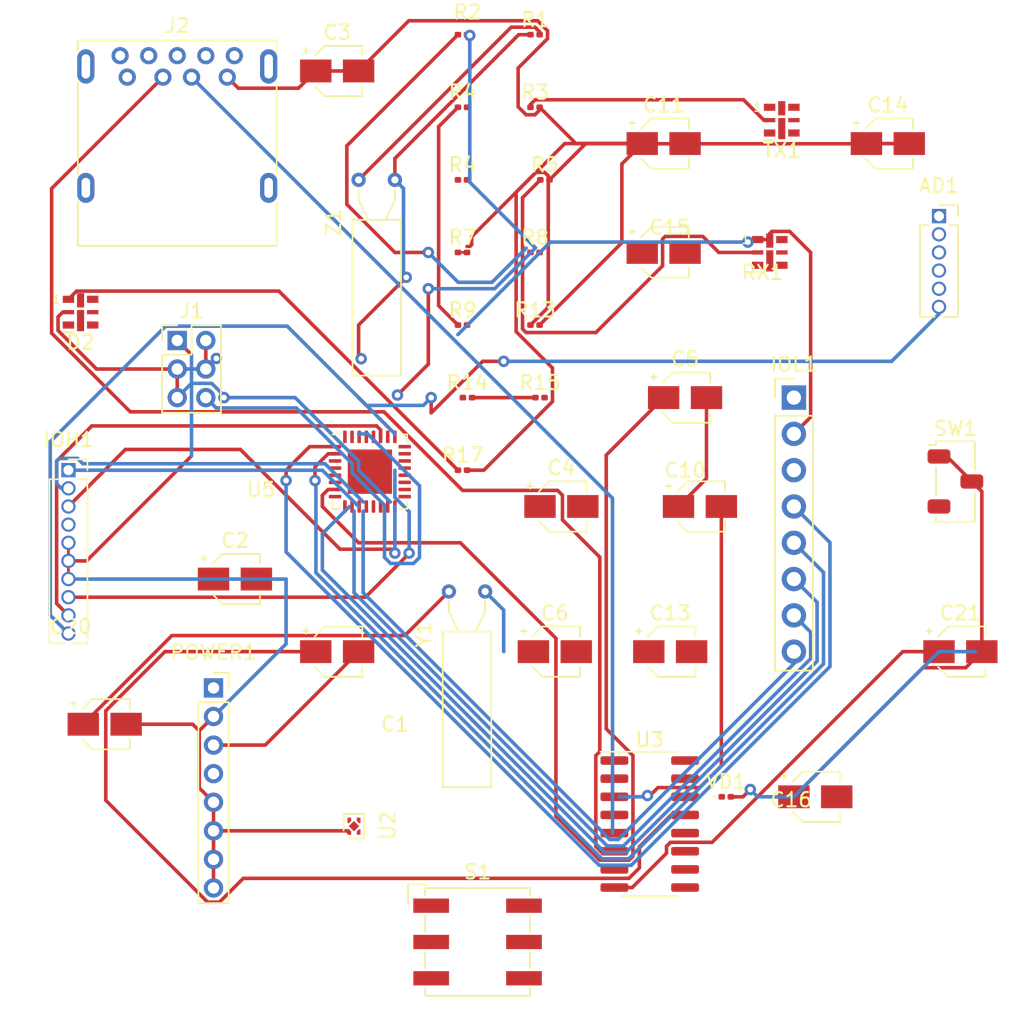
<source format=kicad_pcb>
(kicad_pcb (version 20221018) (generator pcbnew)
  (layers (0 "F.Cu" signal) (31 "B.Cu" signal) (34 "B.Paste" user) (35 "F.Paste" user) (36 "B.SilkS" user "B.Silkscreen") (37 "F.SilkS" user "F.Silkscreen") (38 "B.Mask" user) (39 "F.Mask" user) (44 "Edge.Cuts" user))
  (net 0 "")
  (net 1 "Net-(POWER1-Pin_8)")
  (net 2 "GND")
  (net 3 "+5V")
  (net 4 "Net-(U3-TXD)")
  (net 5 "Net-(U3-RXD)")
  (net 6 "Net-(U3-V3)")
  (net 8 "Net-(J2-D-)")
  (net 9 "Net-(U3-XI)")
  (net 10 "Net-(U3-XO)")
  (net 15 "Net-(U3-~{DTR})")
  (net 18 "Net-(IOL1-Pin_4)")
  (net 19 "Net-(IOL1-Pin_5)")
  (net 20 "Net-(U5-XTAL1{slash}PB6)")
  (net 21 "Net-(U5-XTAL2{slash}PB7)")
  (net 22 "Net-(IOL1-Pin_6)")
  (net 23 "Net-(IOL1-Pin_7)")
  (net 24 "Net-(IOL1-Pin_8)")
  (net 25 "Net-(IOH1-Pin_1)")
  (net 26 "Net-(IOH1-Pin_2)")
  (net 27 "Net-(IOH1-Pin_3)")
  (net 28 "Net-(IOH1-Pin_6)")
  (net 30 "Net-(IOH1-Pin_8)")
  (net 32 "Net-(AD1-Pin_6)")
  (net 33 "Net-(AD1-Pin_5)")
  (net 34 "Net-(AD1-Pin_4)")
  (net 35 "Net-(AD1-Pin_3)")
  (net 36 "Net-(AD1-Pin_2)")
  (net 37 "Net-(AD1-Pin_1)")
  (net 38 "Net-(POWER1-Pin_3)")
  (net 39 "Net-(IOL1-Pin_1)")
  (net 40 "Net-(IOL1-Pin_2)")
  (net 41 "Net-(IOL1-Pin_3)")
  (net 42 "Net-(J5-Pin_3)")
  (net 43 "Net-(D2-K)")
  (net 44 "Net-(U1A--)")
  (net 45 "Net-(D3-K)")
  (net 46 "Net-(TX1-A)")
  (net 47 "unconnected-(VD1-A-Pad2)")
  (net 48 "Net-(U4A-+)")
  (net 51 "Net-(RX1-A)")
  (net 52 "Net-(J2-D+)")
  (footprint "Capacitor_SMD:CP_Elec_3x5.3" (layer "F.Cu") (at 125.96 76.2)
    (fp_text reference "C4")
    (fp_text value "100n")
  )
  (footprint "Resistor_SMD:R_0201_0603Metric" (layer "F.Cu") (at 124.805 53.34)
    (fp_text reference "R5")
    (fp_text value "1k")
  )
  (footprint "Crystal:Crystal_AT310_D3.0mm_L10.0mm_Horizontal" (layer "F.Cu") (at 111.76 53.34)
    (fp_text reference "Z1")
    (fp_text value "16Mhz")
  )
  (footprint "LED_SMD:LED_0201_0603Metric" (layer "F.Cu") (at 137.505 96.52)
    (fp_text reference "VD1")
    (fp_text value "D")
  )
  (footprint "Capacitor_SMD:CP_Elec_3x5.3" (layer "F.Cu") (at 110.26 45.72)
    (fp_text reference "C3")
    (fp_text value "47u25v")
  )
  (footprint "Capacitor_SMD:CP_Elec_3x5.3" (layer "F.Cu") (at 103.1 81.28)
    (fp_text reference "C2")
    (fp_text value "47u 25V")
  )
  (footprint "Capacitor_SMD:CP_Elec_3x5.3" (layer "F.Cu") (at 134.62 68.58)
    (fp_text reference "C5")
    (fp_text value "C")
  )
  (footprint "Resistor_SMD:R_0201_0603Metric" (layer "F.Cu") (at 119.035 43.18)
    (fp_text reference "R2")
    (fp_text value "1k")
  )
  (footprint "Resistor_SMD:R_0201_0603Metric" (layer "F.Cu") (at 119.035 58.42)
    (fp_text reference "R7")
    (fp_text value "1k")
  )
  (footprint "Button_Switch_SMD:Nidec_Copal_CAS-120A" (layer "F.Cu") (at 153.55 74.45)
    (fp_text reference "SW1")
    (fp_text value "SW_DIP_x01")
  )
  (footprint "Crystal:Crystal_AT310_D3.0mm_L10.0mm_Horizontal" (layer "F.Cu") (at 118.08 82.15)
    (fp_text reference "Y1")
    (fp_text value "12Mhz")
  )
  (footprint "LED_SMD:LED-APA102-2020" (layer "F.Cu") (at 92.29 62.6)
    (fp_text reference "D2")
    (fp_text value "ON")
  )
  (footprint "Resistor_SMD:R_0201_0603Metric" (layer "F.Cu") (at 119.035 73.66)
    (fp_text reference "R17")
    (fp_text value "1k")
  )
  (footprint "Resistor_SMD:R_0201_0603Metric" (layer "F.Cu") (at 119.035 53.34)
    (fp_text reference "R4")
    (fp_text value "1k")
  )
  (footprint "Resistor_SMD:R_0201_0603Metric" (layer "F.Cu") (at 119.035 63.5)
    (fp_text reference "R9")
    (fp_text value "1k")
  )
  (footprint "Capacitor_SMD:CP_Elec_3x5.3" (layer "F.Cu") (at 133.12 58.42)
    (fp_text reference "C15")
    (fp_text value "100n")
  )
  (footprint "Resistor_SMD:R_0201_0603Metric" (layer "F.Cu") (at 124.115 63.5)
    (fp_text reference "R13")
    (fp_text value "10k")
  )
  (footprint "Button_Switch_SMD:Nidec_Copal_SH-7010A" (layer "F.Cu") (at 120.09 106.68)
    (fp_text reference "S1")
    (fp_text value "RESET")
  )
  (footprint "Connector_USB:USB3_A_Molex_48393-001" (layer "F.Cu") (at 95.56 46.15)
    (fp_text reference "J2")
    (fp_text value "USB3_A")
  )
  (footprint "Package_DFN_QFN:QFN-32-1EP_5x5mm_P0.5mm_EP3.1x3.1mm" (layer "F.Cu") (at 112.55 73.7625)
    (fp_text reference "U5")
    (fp_text value "ATmega328P-M")
  )
  (footprint "LED_SMD:LED-APA102-2020" (layer "F.Cu") (at 141.39 49.16)
    (fp_text reference "TX1")
    (fp_text value "LED")
  )
  (footprint "Resistor_SMD:R_0201_0603Metric" (layer "F.Cu") (at 124.115 58.42)
    (fp_text reference "R8")
    (fp_text value "1k")
  )
  (footprint "LED_SMD:LED-APA102-2020" (layer "F.Cu") (at 140.55 58.42)
    (fp_text reference "RX1")
    (fp_text value "LED")
  )
  (footprint "Resistor_SMD:R_0201_0603Metric" (layer "F.Cu") (at 124.115 43.18)
    (fp_text reference "R1")
    (fp_text value "1M")
  )
  (footprint "Resistor_SMD:R_0201_0603Metric" (layer "F.Cu") (at 119.035 48.26)
    (fp_text reference "R4")
    (fp_text value "1k")
  )
  (footprint "Capacitor_SMD:CP_Elec_3x5.3" (layer "F.Cu") (at 133.12 50.8)
    (fp_text reference "C11")
    (fp_text value "100n")
  )
  (footprint "Capacitor_SMD:CP_Elec_3x5.3" (layer "F.Cu") (at 133.58 86.36)
    (fp_text reference "C13")
    (fp_text value "100n")
  )
  (footprint "Capacitor_SMD:CP_Elec_3x5.3" (layer "F.Cu") (at 153.9 86.36)
    (fp_text reference "C21")
    (fp_text value "22p")
  )
  (footprint "Connector_PinSocket_2.00mm:PinSocket_1x08_P2.00mm_Vertical" (layer "F.Cu") (at 101.6 88.9)
    (fp_text reference "POWER1")
    (fp_text value "8X1F-H8,5")
  )
  (footprint "Resistor_SMD:R_0201_0603Metric" (layer "F.Cu") (at 124.115 48.26)
    (fp_text reference "R3")
    (fp_text value "1k")
  )
  (footprint "Capacitor_SMD:CP_Elec_3x5.3" (layer "F.Cu") (at 143.74 96.52)
    (fp_text reference "C16")
    (fp_text value "100n")
  )
  (footprint "Connector_PinSocket_1.27mm:PinSocket_1x10_P1.27mm_Vertical" (layer "F.Cu") (at 91.44 73.66)
    (fp_text reference "IOH1")
    (fp_text value "10X1F-H8,5")
  )
  (footprint "Capacitor_SMD:CP_Elec_3x5.3" (layer "F.Cu") (at 125.5 86.36)
    (fp_text reference "C6")
    (fp_text value "C")
  )
  (footprint "Capacitor_SMD:CP_Elec_3x5.3" (layer "F.Cu") (at 93.98 91.44)
    (fp_text reference "C20")
    (fp_text value "22p")
  )
  (footprint "Resistor_SMD:R_0201_0603Metric" (layer "F.Cu") (at 119.38 68.58)
    (fp_text reference "R14")
    (fp_text value "10k")
  )
  (footprint "Package_DFN_QFN:OnSemi_XDFN4-1EP_1.0x1.0mm_EP0.52x0.52mm" (layer "F.Cu") (at 111.435 98.575 90)
    (fp_text reference "U2")
    (fp_text value "NCP115AMX250TCG")
  )
  (footprint "Connector_PinHeader_2.00mm:PinHeader_2x03_P2.00mm_Vertical" (layer "F.Cu") (at 99.06 64.58)
    (fp_text reference "J1")
    (fp_text value "Conn_02x03_Odd_Even")
  )
  (footprint "Connector_PinHeader_2.54mm:PinHeader_1x08_P2.54mm_Vertical" (layer "F.Cu") (at 142.24 68.58)
    (fp_text reference "IOL1")
    (fp_text value "8X1F-H8,5")
  )
  (footprint "Capacitor_SMD:CP_Elec_3x5.3" (layer "F.Cu") (at 135.66 76.2)
    (fp_text reference "C10")
    (fp_text value "C")
  )
  (footprint "Capacitor_SMD:CP_Elec_3x5.3" (layer "F.Cu") (at 110.26 86.36)
    (fp_text reference "C1")
    (fp_text value "C")
  )
  (footprint "Capacitor_SMD:CP_Elec_3x5.3" (layer "F.Cu") (at 148.82 50.8)
    (fp_text reference "C14")
    (fp_text value "100n")
  )
  (footprint "Package_SO:SOIC-16_3.9x9.9mm_P1.27mm" (layer "F.Cu") (at 132.145 98.425)
    (fp_text reference "U3")
    (fp_text value "CH340G")
  )
  (footprint "Connector_PinSocket_1.27mm:PinSocket_1x06_P1.27mm_Vertical" (layer "F.Cu") (at 152.4 55.88)
    (fp_text reference "AD1")
    (fp_text value "6X1F-H8,5")
  )
  (footprint "Resistor_SMD:R_0201_0603Metric" (layer "F.Cu") (at 124.46 68.58)
    (fp_text reference "R15")
    (fp_text value "10k")
  )
  (gr_line (start 119.38 58.42) (end 119.035 58.42) (stroke (width 0.2)) (layer "F.Cu"))
  (gr_line (start 91.44 81.28) (end 91.44 78.74) (stroke (width 0.2)) (layer "F.Cu"))
  (segment (start 154.275 87.485) (end 155.4 86.36) (width 0.25) (layer "F.Cu") (net 3))
  (segment (start 110.95 98.9) (end 111.11 99.06) (width 0.25) (layer "F.Cu") (net 3))
  (segment (start 130.195 52.225) (end 130.195 57.74) (width 0.25) (layer "F.Cu") (net 3))
  (segment (start 151.275 87.485) (end 154.275 87.485) (width 0.25) (layer "F.Cu") (net 3))
  (segment (start 108.76 45.72) (end 111.76 45.72) (width 0.25) (layer "F.Cu") (net 3))
  (segment (start 147.305 50.815) (end 147.32 50.8) (width 0.25) (layer "F.Cu") (net 3))
  (segment (start 115.275 42.205) (end 111.76 45.72) (width 0.25) (layer "F.Cu") (net 3))
  (segment (start 136.12 74.24) (end 134.16 76.2) (width 0.25) (layer "F.Cu") (net 3))
  (segment (start 119.68052 57.313438) (end 119.68052 57.870521) (width 0.25) (layer "F.Cu") (net 3))
  (segment (start 136.12 68.58) (end 136.12 74.24) (width 0.25) (layer "F.Cu") (net 3))
  (segment (start 107.555 46.925) (end 103.335 46.925) (width 0.25) (layer "F.Cu") (net 3))
  (segment (start 124.178958 52.815) (end 122.79 54.203958) (width 0.25) (layer "F.Cu") (net 3))
  (segment (start 101.6 96.9) (end 100.6 95.9) (width 0.25) (layer "F.Cu") (net 3))
  (segment (start 127.665 50.8) (end 131.62 50.8) (width 0.25) (layer "F.Cu") (net 3))
  (segment (start 152.95 72.7) (end 152.4 72.7) (width 0.25) (layer "F.Cu") (net 3))
  (segment (start 101.6 96.9) (end 101.6 98.9) (width 0.25) (layer "F.Cu") (net 3))
  (segment (start 126.975 50.8) (end 124.435 48.26) (width 0.25) (layer "F.Cu") (net 3))
  (segment (start 101.6 102.9) (end 101.6 100.9) (width 0.25) (layer "F.Cu") (net 3))
  (segment (start 123.795 63.5) (end 125.04 62.255) (width 0.25) (layer "F.Cu") (net 3))
  (segment (start 124.99 42.898604) (end 124.296396 42.205) (width 0.25) (layer "F.Cu") (net 3))
  (segment (start 125.04 53.063958) (end 124.791042 52.815) (width 0.25) (layer "F.Cu") (net 3))
  (segment (start 108.76 45.72) (end 107.555 46.925) (width 0.25) (layer "F.Cu") (net 3))
  (segment (start 122.79 54.203958) (end 122.79 63.962438) (width 0.25) (layer "F.Cu") (net 3))
  (segment (start 131.635 50.815) (end 147.305 50.815) (width 0.25) (layer "F.Cu") (net 3))
  (segment (start 124.99 43.456042) (end 124.99 42.898604) (width 0.25) (layer "F.Cu") (net 3))
  (segment (start 101.6 96.9) (end 101.6 96.52) (width 0.25) (layer "F.Cu") (net 3))
  (segment (start 131.62 50.8) (end 131.635 50.815) (width 0.25) (layer "F.Cu") (net 3))
  (segment (start 155.4 86.36) (end 155.4 75.15) (width 0.25) (layer "F.Cu") (net 3))
  (segment (start 131.62 50.8) (end 126.975 50.8) (width 0.25) (layer "F.Cu") (net 3))
  (segment (start 100.14 91.44) (end 95.48 91.44) (width 0.25) (layer "F.Cu") (net 3))
  (segment (start 101.6 98.9) (end 110.95 98.9) (width 0.25) (layer "F.Cu") (net 3))
  (segment (start 124.435 48.26) (end 124.435 48.46) (width 0.25) (layer "F.Cu") (net 3))
  (segment (start 155.4 75.15) (end 154.7 74.45) (width 0.25) (layer "F.Cu") (net 3))
  (segment (start 100.6 91.9) (end 100.14 91.44) (width 0.25) (layer "F.Cu") (net 3))
  (segment (start 125.04 62.255) (end 125.04 53.063958) (width 0.25) (layer "F.Cu") (net 3))
  (segment (start 142.24 96.52) (end 151.275 87.485) (width 0.25) (layer "F.Cu") (net 3))
  (segment (start 124.435 48.46) (end 124.11 48.785) (width 0.25) (layer "F.Cu") (net 3))
  (segment (start 131.62 50.8) (end 130.195 52.225) (width 0.25) (layer "F.Cu") (net 3))
  (segment (start 125.335 68.856042) (end 120.531042 73.66) (width 0.25) (layer "F.Cu") (net 3))
  (segment (start 100.6 95.9) (end 100.6 91.9) (width 0.25) (layer "F.Cu") (net 3))
  (segment (start 126.193958 50.8) (end 119.68052 57.313438) (width 0.25) (layer "F.Cu") (net 3))
  (segment (start 122.929823 45.516219) (end 124.99 43.456042) (width 0.25) (layer "F.Cu") (net 3))
  (segment (start 100.6 91.9) (end 101.6 90.9) (width 0.25) (layer "F.Cu") (net 3))
  (segment (start 124.296396 42.205) (end 115.275 42.205) (width 0.25) (layer "F.Cu") (net 3))
  (segment (start 125.125 53.34) (end 127.665 50.8) (width 0.25) (layer "F.Cu") (net 3))
  (segment (start 103.335 46.925) (end 102.56 46.15) (width 0.25) (layer "F.Cu") (net 3))
  (segment (start 125.335 66.507438) (end 125.335 68.856042) (width 0.25) (layer "F.Cu") (net 3))
  (segment (start 119.556041 57.995) (end 119.355 57.995) (width 0.25) (layer "F.Cu") (net 3))
  (segment (start 130.195 57.74) (end 124.435 63.5) (width 0.25) (layer "F.Cu") (net 3))
  (segment (start 124.791042 52.815) (end 124.178958 52.815) (width 0.25) (layer "F.Cu") (net 3))
  (segment (start 122.79 63.962438) (end 125.335 66.507438) (width 0.25) (layer "F.Cu") (net 3))
  (segment (start 120.531042 73.66) (end 119.355 73.66) (width 0.25) (layer "F.Cu") (net 3))
  (segment (start 124.11 48.785) (end 123.488958 48.785) (width 0.25) (layer "F.Cu") (net 3))
  (segment (start 101.6 98.9) (end 101.6 100.9) (width 0.25) (layer "F.Cu") (net 3))
  (segment (start 154.7 74.45) (end 152.95 72.7) (width 0.25) (layer "F.Cu") (net 3))
  (segment (start 150.32 50.8) (end 147.32 50.8) (width 0.25) (layer "F.Cu") (net 3))
  (segment (start 122.929823 48.225865) (end 122.929823 45.516219) (width 0.25) (layer "F.Cu") (net 3))
  (segment (start 119.68052 57.870521) (end 119.556041 57.995) (width 0.25) (layer "F.Cu") (net 3))
  (segment (start 123.488958 48.785) (end 122.929823 48.225865) (width 0.25) (layer "F.Cu") (net 3))
  (segment (start 131.62 50.8) (end 126.193958 50.8) (width 0.25) (layer "F.Cu") (net 3))
  (segment (start 101.785 69.305) (end 107.405 69.305) (width 0.25) (layer "B.Cu") (net 3))
  (segment (start 111.31 73.21) (end 111.31 73.846396) (width 0.25) (layer "B.Cu") (net 3))
  (segment (start 112.396396 71.12) (end 111.76 71.12) (width 0.25) (layer "B.Cu") (net 3))
  (segment (start 116.024502 79.765494) (end 116.024502 74.748106) (width 0.25) (layer "B.Cu") (net 3))
  (segment (start 107.405 69.305) (end 111.31 73.21) (width 0.25) (layer "B.Cu") (net 3))
  (segment (start 106.68 85.82) (end 101.6 90.9) (width 0.25) (layer "B.Cu") (net 3))
  (segment (start 115.599807 80.190189) (end 116.024502 79.765494) (width 0.25) (layer "B.Cu") (net 3))
  (segment (start 116.024502 74.748106) (end 112.396396 71.12) (width 0.25) (layer "B.Cu") (net 3))
  (segment (start 113.575 79.764805) (end 114.000384 80.190189) (width 0.25) (layer "B.Cu") (net 3))
  (segment (start 114.000384 80.190189) (end 115.599807 80.190189) (width 0.25) (layer "B.Cu") (net 3))
  (segment (start 111.31 73.846396) (end 113.575 76.111396) (width 0.25) (layer "B.Cu") (net 3))
  (segment (start 106.68 81.28) (end 106.68 85.82) (width 0.25) (layer "B.Cu") (net 3))
  (segment (start 91.44 81.28) (end 106.68 81.28) (width 0.25) (layer "B.Cu") (net 3))
  (segment (start 113.575 76.111396) (end 113.575 79.764805) (width 0.25) (layer "B.Cu") (net 3))
  (segment (start 101.06 68.58) (end 101.785 69.305) (width 0.25) (layer "B.Cu") (net 3))
  (segment (start 114.3 58.42) (end 110.935 55.055) (width 0.25) (layer "F.Cu") (net 4))
  (segment (start 110.935 50.96) (end 118.715 43.18) (width 0.25) (layer "F.Cu") (net 4))
  (segment (start 110.935 55.055) (end 110.935 50.96) (width 0.25) (layer "F.Cu") (net 4))
  (segment (start 116.6405 58.42) (end 114.3 58.42) (width 0.25) (layer "F.Cu") (net 4))
  (via (at 116.6405 58.42) (size 0.8) (drill 0.4) (layers "F.Cu" "B.Cu") (net 4))
  (segment (start 121.097208 60.51) (end 123.491104 58.116104) (width 0.25) (layer "B.Cu") (net 4))
  (segment (start 116.6405 58.42) (end 118.7305 60.51) (width 0.25) (layer "B.Cu") (net 4))
  (segment (start 118.7305 60.51) (end 121.097208 60.51) (width 0.25) (layer "B.Cu") (net 4))
  (segment (start 117.365 49.61) (end 118.715 48.26) (width 0.25) (layer "F.Cu") (net 5))
  (segment (start 117.365 62.15) (end 117.365 49.61) (width 0.25) (layer "F.Cu") (net 5))
  (segment (start 118.715 63.5) (end 117.365 62.15) (width 0.25) (layer "F.Cu") (net 5))
  (segment (start 132.725 95.875) (end 132.08 96.52) (width 0.25) (layer "F.Cu") (net 6))
  (segment (start 135.641752 95.875) (end 132.725 95.875) (width 0.25) (layer "F.Cu") (net 6))
  (segment (start 132.08 96.52) (end 131.990373 96.430373) (width 0.25) (layer "F.Cu") (net 6))
  (segment (start 137.16 94.356752) (end 135.641752 95.875) (width 0.25) (layer "F.Cu") (net 6))
  (segment (start 137.16 76.2) (end 137.16 94.356752) (width 0.25) (layer "F.Cu") (net 6))
  (via (at 131.990373 96.430373) (size 0.8) (drill 0.4) (layers "F.Cu" "B.Cu") (net 6))
  (segment (start 131.990373 96.430373) (end 131.900746 96.52) (width 0.25) (layer "B.Cu") (net 6))
  (segment (start 131.900746 96.52) (end 129.99 96.52) (width 0.25) (layer "B.Cu") (net 6))
  (segment (start 90.265 53.945) (end 98.06 46.15) (width 0.25) (layer "F.Cu") (net 8))
  (segment (start 128.648248 79.747868) (end 126.035 77.13462) (width 0.25) (layer "F.Cu") (net 8))
  (segment (start 128.695 100.33) (end 128.37 100.005) (width 0.25) (layer "F.Cu") (net 8))
  (segment (start 128.648248 93.355) (end 128.648248 79.747868) (width 0.25) (layer "F.Cu") (net 8))
  (segment (start 126.035 77.13462) (end 126.035 75.41538) (width 0.25) (layer "F.Cu") (net 8))
  (segment (start 119.035508 75.075) (end 113.535586 69.575078) (width 0.25) (layer "F.Cu") (net 8))
  (segment (start 128.37 93.633248) (end 128.648248 93.355) (width 0.25) (layer "F.Cu") (net 8))
  (segment (start 125.69462 75.075) (end 119.035508 75.075) (width 0.25) (layer "F.Cu") (net 8))
  (segment (start 90.265 64.071016) (end 90.265 53.945) (width 0.25) (layer "F.Cu") (net 8))
  (segment (start 128.37 100.005) (end 128.37 93.633248) (width 0.25) (layer "F.Cu") (net 8))
  (segment (start 126.035 75.41538) (end 125.69462 75.075) (width 0.25) (layer "F.Cu") (net 8))
  (segment (start 95.769062 69.575078) (end 90.265 64.071016) (width 0.25) (layer "F.Cu") (net 8))
  (segment (start 129.67 100.33) (end 128.695 100.33) (width 0.25) (layer "F.Cu") (net 8))
  (segment (start 113.535586 69.575078) (end 95.769062 69.575078) (width 0.25) (layer "F.Cu") (net 8))
  (segment (start 98.685 85.235) (end 114.995 85.235) (width 0.25) (layer "F.Cu") (net 9))
  (segment (start 92.48 91.44) (end 98.685 85.235) (width 0.25) (layer "F.Cu") (net 9))
  (segment (start 114.995 85.235) (end 118.08 82.15) (width 0.25) (layer "F.Cu") (net 9))
  (segment (start 149.86 86.36) (end 152.4 86.36) (width 0.25) (layer "F.Cu") (net 10))
  (segment (start 133.598248 99.705) (end 136.515 99.705) (width 0.25) (layer "F.Cu") (net 10))
  (segment (start 133.32 99.983248) (end 133.598248 99.705) (width 0.25) (layer "F.Cu") (net 10))
  (segment (start 130.92 102.87) (end 133.32 100.47) (width 0.25) (layer "F.Cu") (net 10))
  (segment (start 133.32 100.47) (end 133.32 99.983248) (width 0.25) (layer "F.Cu") (net 10))
  (segment (start 129.67 102.87) (end 130.92 102.87) (width 0.25) (layer "F.Cu") (net 10))
  (segment (start 136.515 99.705) (end 149.86 86.36) (width 0.25) (layer "F.Cu") (net 10))
  (segment (start 121.92 83.45) (end 121.92 86.36) (width 0.25) (layer "B.Cu") (net 10))
  (segment (start 120.62 82.15) (end 121.92 83.45) (width 0.25) (layer "B.Cu") (net 10))
  (segment (start 134.62 97.79) (end 133.645 97.79) (width 0.25) (layer "F.Cu") (net 15))
  (segment (start 103.687472 102.225) (end 102.017394 103.895078) (width 0.25) (layer "F.Cu") (net 15))
  (segment (start 131.42 100.015) (end 131.42 101.496752) (width 0.25) (layer "F.Cu") (net 15))
  (segment (start 130.691752 102.225) (end 103.687472 102.225) (width 0.25) (layer "F.Cu") (net 15))
  (segment (start 94.055 96.767472) (end 94.055 90.50538) (width 0.25) (layer "F.Cu") (net 15))
  (segment (start 101.182606 103.895078) (end 94.055 96.767472) (width 0.25) (layer "F.Cu") (net 15))
  (segment (start 94.055 90.50538) (end 98.20038 86.36) (width 0.25) (layer "F.Cu") (net 15))
  (segment (start 98.20038 86.36) (end 108.76 86.36) (width 0.25) (layer "F.Cu") (net 15))
  (segment (start 131.42 101.496752) (end 130.691752 102.225) (width 0.25) (layer "F.Cu") (net 15))
  (segment (start 102.017394 103.895078) (end 101.182606 103.895078) (width 0.25) (layer "F.Cu") (net 15))
  (segment (start 133.645 97.79) (end 131.42 100.015) (width 0.25) (layer "F.Cu") (net 15))
  (segment (start 106.68 73.66) (end 108.3275 72.0125) (width 0.25) (layer "F.Cu") (net 18))
  (segment (start 106.68 74.3845) (end 106.68 73.66) (width 0.25) (layer "F.Cu") (net 18))
  (segment (start 108.3275 72.0125) (end 110.1125 72.0125) (width 0.25) (layer "F.Cu") (net 18))
  (via (at 106.68 74.3845) (size 0.8) (drill 0.4) (layers "F.Cu" "B.Cu") (net 18))
  (segment (start 106.68 79.38198) (end 106.68 74.3845) (width 0.25) (layer "B.Cu") (net 18))
  (segment (start 144.765 78.725) (end 144.765 87.404242) (width 0.25) (layer "B.Cu") (net 18))
  (segment (start 128.60802 101.31) (end 106.68 79.38198) (width 0.25) (layer "B.Cu") (net 18))
  (segment (start 144.765 87.404242) (end 130.859242 101.31) (width 0.25) (layer "B.Cu") (net 18))
  (segment (start 142.24 76.2) (end 144.765 78.725) (width 0.25) (layer "B.Cu") (net 18))
  (segment (start 130.859242 101.31) (end 128.60802 101.31) (width 0.25) (layer "B.Cu") (net 18))
  (segment (start 108.707701 74.3845) (end 108.707701 73.431791) (width 0.25) (layer "F.Cu") (net 19))
  (segment (start 109.626992 72.5125) (end 110.1125 72.5125) (width 0.25) (layer "F.Cu") (net 19))
  (segment (start 108.707701 73.431791) (end 109.626992 72.5125) (width 0.25) (layer "F.Cu") (net 19))
  (via (at 108.707701 74.3845) (size 0.8) (drill 0.4) (layers "F.Cu" "B.Cu") (net 19))
  (segment (start 144.315 80.815) (end 144.315 87.217846) (width 0.25) (layer "B.Cu") (net 19))
  (segment (start 108.77 74.11) (end 108.707701 74.172299) (width 0.25) (layer "B.Cu") (net 19))
  (segment (start 144.315 87.217846) (end 130.672846 100.86) (width 0.25) (layer "B.Cu") (net 19))
  (segment (start 128.794416 100.86) (end 108.77 80.835584) (width 0.25) (layer "B.Cu") (net 19))
  (segment (start 108.707701 74.172299) (end 108.707701 74.3845) (width 0.25) (layer "B.Cu") (net 19))
  (segment (start 142.24 78.74) (end 144.315 80.815) (width 0.25) (layer "B.Cu") (net 19))
  (segment (start 130.672846 100.86) (end 128.794416 100.86) (width 0.25) (layer "B.Cu") (net 19))
  (segment (start 108.77 80.835584) (end 108.77 74.11) (width 0.25) (layer "B.Cu") (net 19))
  (segment (start 109.626992 75.0125) (end 110.1125 75.0125) (width 0.25) (layer "F.Cu") (net 20))
  (segment (start 109.22 76.2) (end 109.22 75.419492) (width 0.25) (layer "F.Cu") (net 20))
  (segment (start 128.648248 100.955) (end 125.575 97.881752) (width 0.25) (layer "F.Cu") (net 20))
  (segment (start 111.76 63.5) (end 111.76 66.04) (width 0.25) (layer "F.Cu") (net 20))
  (segment (start 129.098248 72.601752) (end 129.098248 91.761496) (width 0.25) (layer "F.Cu") (net 20))
  (segment (start 130.97 100.676752) (end 130.691752 100.955) (width 0.25) (layer "F.Cu") (net 20))
  (segment (start 115.0973 60.1627) (end 111.76 63.5) (width 0.25) (layer "F.Cu") (net 20))
  (segment (start 118.88962 78.74) (end 111.76 78.74) (width 0.25) (layer "F.Cu") (net 20))
  (segment (start 130.97 93.633248) (end 130.97 100.676752) (width 0.25) (layer "F.Cu") (net 20))
  (segment (start 111.76 78.74) (end 109.22 76.2) (width 0.25) (layer "F.Cu") (net 20))
  (segment (start 130.691752 100.955) (end 128.648248 100.955) (width 0.25) (layer "F.Cu") (net 20))
  (segment (start 122.963958 43.18) (end 114.3 51.843958) (width 0.25) (layer "F.Cu") (net 20))
  (segment (start 125.575 97.881752) (end 125.575 85.42538) (width 0.25) (layer "F.Cu") (net 20))
  (segment (start 114.3 51.843958) (end 114.3 53.34) (width 0.25) (layer "F.Cu") (net 20))
  (segment (start 125.575 85.42538) (end 118.88962 78.74) (width 0.25) (layer "F.Cu") (net 20))
  (segment (start 109.22 75.419492) (end 109.626992 75.0125) (width 0.25) (layer "F.Cu") (net 20))
  (segment (start 129.098248 91.761496) (end 130.97 93.633248) (width 0.25) (layer "F.Cu") (net 20))
  (segment (start 133.12 68.58) (end 129.098248 72.601752) (width 0.25) (layer "F.Cu") (net 20))
  (segment (start 111.76 66.04) (end 111.939799 65.860201) (width 0.25) (layer "F.Cu") (net 20))
  (segment (start 123.795 43.18) (end 122.963958 43.18) (width 0.25) (layer "F.Cu") (net 20))
  (via (at 115.0973 60.1627) (size 0.8) (drill 0.4) (layers "F.Cu" "B.Cu") (net 20))
  (via (at 111.939799 65.860201) (size 0.8) (drill 0.4) (layers "F.Cu" "B.Cu") (net 20))
  (segment (start 114.3 53.34) (end 114.903198 53.943198) (width 0.25) (layer "B.Cu") (net 20))
  (segment (start 114.903198 60.356802) (end 115.0973 60.1627) (width 0.25) (layer "B.Cu") (net 20))
  (segment (start 114.903198 53.943198) (end 114.903198 60.356802) (width 0.25) (layer "B.Cu") (net 20))
  (segment (start 124.11 42.655) (end 122.445 42.655) (width 0.25) (layer "F.Cu") (net 21))
  (segment (start 124.435 42.98) (end 124.11 42.655) (width 0.25) (layer "F.Cu") (net 21))
  (segment (start 124.435 43.18) (end 124.435 42.98) (width 0.25) (layer "F.Cu") (net 21))
  (segment (start 122.445 42.655) (end 111.76 53.34) (width 0.25) (layer "F.Cu") (net 21))
  (segment (start 143.865 87.03145) (end 130.48645 100.41) (width 0.25) (layer "B.Cu") (net 22))
  (segment (start 142.24 81.28) (end 143.865 82.905) (width 0.25) (layer "B.Cu") (net 22))
  (segment (start 109.22 80.649188) (end 109.22 78.103604) (width 0.25) (layer "B.Cu") (net 22))
  (segment (start 119.695406 91.124594) (end 120.965406 92.394594) (width 0.25) (layer "B.Cu") (net 22))
  (segment (start 109.22 78.103604) (end 111.123604 76.2) (width 0.25) (layer "B.Cu") (net 22))
  (segment (start 130.48645 100.41) (end 128.980812 100.41) (width 0.25) (layer "B.Cu") (net 22))
  (segment (start 143.865 82.905) (end 143.865 87.03145) (width 0.25) (layer "B.Cu") (net 22))
  (segment (start 128.980812 100.41) (end 119.695406 91.124594) (width 0.25) (layer "B.Cu") (net 22))
  (segment (start 119.695406 91.124594) (end 109.22 80.649188) (width 0.25) (layer "B.Cu") (net 22))
  (segment (start 143.415 86.845054) (end 130.300054 99.96) (width 0.25) (layer "B.Cu") (net 23))
  (segment (start 111.441802 82.234594) (end 111.441802 76.518198) (width 0.25) (layer "B.Cu") (net 23))
  (segment (start 143.415 84.995) (end 143.415 86.845054) (width 0.25) (layer "B.Cu") (net 23))
  (segment (start 142.24 83.82) (end 143.415 84.995) (width 0.25) (layer "B.Cu") (net 23))
  (segment (start 129.167208 99.96) (end 111.441802 82.234594) (width 0.25) (layer "B.Cu") (net 23))
  (segment (start 130.300054 99.96) (end 129.167208 99.96) (width 0.25) (layer "B.Cu") (net 23))
  (segment (start 129.353604 99.51) (end 112.078198 82.234594) (width 0.25) (layer "B.Cu") (net 24))
  (segment (start 142.24 86.36) (end 142.24 87.205344) (width 0.25) (layer "B.Cu") (net 24))
  (segment (start 142.24 87.205344) (end 129.935344 99.51) (width 0.25) (layer "B.Cu") (net 24))
  (segment (start 129.935344 99.51) (end 129.353604 99.51) (width 0.25) (layer "B.Cu") (net 24))
  (segment (start 112.078198 82.234594) (end 112.078198 76.518198) (width 0.25) (layer "B.Cu") (net 24))
  (segment (start 109.22 73.66) (end 111.76 76.2) (width 0.25) (layer "B.Cu") (net 25))
  (segment (start 91.44 73.66) (end 109.22 73.66) (width 0.25) (layer "B.Cu") (net 25))
  (segment (start 90.615 73.02538) (end 90.80538 72.835) (width 0.25) (layer "B.Cu") (net 26))
  (segment (start 90.615 74.605) (end 90.615 73.02538) (width 0.25) (layer "B.Cu") (net 26))
  (segment (start 92.07462 72.835) (end 92.44962 73.21) (width 0.25) (layer "B.Cu") (net 26))
  (segment (start 91.44 74.93) (end 90.94 74.93) (width 0.25) (layer "B.Cu") (net 26))
  (segment (start 92.44962 73.21) (end 109.406396 73.21) (width 0.25) (layer "B.Cu") (net 26))
  (segment (start 90.80538 72.835) (end 92.07462 72.835) (width 0.25) (layer "B.Cu") (net 26))
  (segment (start 109.406396 73.21) (end 112.078198 75.881802) (width 0.25) (layer "B.Cu") (net 26))
  (segment (start 90.94 74.93) (end 90.615 74.605) (width 0.25) (layer "B.Cu") (net 26))
  (segment (start 91.44 76.2) (end 95.43 72.21) (width 0.25) (layer "F.Cu") (net 27))
  (segment (start 103.480195 72.21) (end 110.460195 79.19) (width 0.25) (layer "F.Cu") (net 27))
  (segment (start 95.43 72.21) (end 103.480195 72.21) (width 0.25) (layer "F.Cu") (net 27))
  (segment (start 110.460195 79.19) (end 114.3 79.19) (width 0.25) (layer "F.Cu") (net 27))
  (segment (start 114.3 79.19) (end 114.3 79.4645) (width 0.25) (layer "F.Cu") (net 27))
  (via (at 114.3 79.4645) (size 0.8) (drill 0.4) (layers "F.Cu" "B.Cu") (net 27))
  (segment (start 114.3 79.4645) (end 114.3 76.2) (width 0.25) (layer "B.Cu") (net 27))
  (segment (start 100.06 72.66) (end 92.71 80.01) (width 0.25) (layer "F.Cu") (net 28))
  (segment (start 102.3345 68.58) (end 102.06 68.58) (width 0.25) (layer "F.Cu") (net 28))
  (segment (start 91.44 62.6) (end 91.04 62.6) (width 0.25) (layer "F.Cu") (net 28))
  (segment (start 101.06 64.58) (end 101.06 66.58) (width 0.25) (layer "F.Cu") (net 28))
  (segment (start 91.04 62.6) (end 90.715 62.925) (width 0.25) (layer "F.Cu") (net 28))
  (segment (start 99.06 66.58) (end 99.06 68.58) (width 0.25) (layer "F.Cu") (net 28))
  (segment (start 90.715 62.925) (end 90.715 63.88462) (width 0.25) (layer "F.Cu") (net 28))
  (segment (start 92.71 80.01) (end 91.865 80.01) (width 0.25) (layer "F.Cu") (net 28))
  (segment (start 93.41038 66.58) (end 99.06 66.58) (width 0.25) (layer "F.Cu") (net 28))
  (segment (start 99.06 64.58) (end 100.06 65.58) (width 0.25) (layer "F.Cu") (net 28))
  (segment (start 90.715 63.88462) (end 93.41038 66.58) (width 0.25) (layer "F.Cu") (net 28))
  (via (at 102.3345 68.58) (size 0.8) (drill 0.4) (layers "F.Cu" "B.Cu") (net 28))
  (via (at 101.802109 65.837891) (size 0.8) (drill 0.4) (layers "F.Cu" "B.Cu") (net 28))
  (segment (start 101.477394 67.584922) (end 102.3345 68.442028) (width 0.25) (layer "B.Cu") (net 28))
  (segment (start 101.06 66.58) (end 99.06 66.58) (width 0.25) (layer "B.Cu") (net 28))
  (segment (start 111.76 73.66) (end 113.981802 75.881802) (width 0.25) (layer "B.Cu") (net 28))
  (segment (start 107.316396 68.58) (end 111.76 73.023604) (width 0.25) (layer "B.Cu") (net 28))
  (segment (start 102.3345 68.58) (end 107.316396 68.58) (width 0.25) (layer "B.Cu") (net 28))
  (segment (start 101.802109 65.837891) (end 101.06 66.58) (width 0.25) (layer "B.Cu") (net 28))
  (segment (start 100.055078 67.584922) (end 101.477394 67.584922) (width 0.25) (layer "B.Cu") (net 28))
  (segment (start 99.06 68.58) (end 100.055078 67.584922) (width 0.25) (layer "B.Cu") (net 28))
  (segment (start 100.06 65.58) (end 100.06 72.66) (width 0.25) (layer "B.Cu") (net 28))
  (segment (start 111.76 73.023604) (end 111.76 73.66) (width 0.25) (layer "B.Cu") (net 28))
  (segment (start 102.3345 68.442028) (end 102.3345 68.58) (width 0.25) (layer "B.Cu") (net 28))
  (segment (start 115.025 79.739691) (end 115.299502 79.465189) (width 0.25) (layer "F.Cu") (net 30))
  (segment (start 115.025 79.764805) (end 115.025 79.739691) (width 0.25) (layer "F.Cu") (net 30))
  (segment (start 91.44 82.55) (end 112.239805 82.55) (width 0.25) (layer "F.Cu") (net 30))
  (segment (start 112.239805 82.55) (end 115.025 79.764805) (width 0.25) (layer "F.Cu") (net 30))
  (via (at 115.299502 79.465189) (size 0.8) (drill 0.4) (layers "F.Cu" "B.Cu") (net 30))
  (segment (start 114.3 75.563604) (end 114.3 73.66) (width 0.25) (layer "B.Cu") (net 30))
  (segment (start 115.299502 79.465189) (end 115.299502 76.563106) (width 0.25) (layer "B.Cu") (net 30))
  (segment (start 115.299502 76.563106) (end 114.3 75.563604) (width 0.25) (layer "B.Cu") (net 30))
  (segment (start 121.92 66.04) (end 120.448834 66.04) (width 0.25) (layer "F.Cu") (net 32))
  (segment (start 116.84 69.648834) (end 116.84 68.58) (width 0.25) (layer "F.Cu") (net 32))
  (segment (start 120.448834 66.04) (end 116.84 69.648834) (width 0.25) (layer "F.Cu") (net 32))
  (via (at 121.92 66.04) (size 0.8) (drill 0.4) (layers "F.Cu" "B.Cu") (net 32))
  (via (at 116.84 68.58) (size 0.8) (drill 0.4) (layers "F.Cu" "B.Cu") (net 32))
  (segment (start 116.84 68.58) (end 116.294799 69.125201) (width 0.25) (layer "B.Cu") (net 32))
  (segment (start 116.294799 69.125201) (end 112.305201 69.125201) (width 0.25) (layer "B.Cu") (net 32))
  (segment (start 152.4 62.724911) (end 149.084911 66.04) (width 0.25) (layer "B.Cu") (net 32))
  (segment (start 152.4 62.23) (end 152.4 62.724911) (width 0.25) (layer "B.Cu") (net 32))
  (segment (start 112.305201 69.125201) (end 111.76 68.58) (width 0.25) (layer "B.Cu") (net 32))
  (segment (start 149.084911 66.04) (end 121.92 66.04) (width 0.25) (layer "B.Cu") (net 32))
  (segment (start 90.165 71.66538) (end 98.25038 63.58) (width 0.25) (layer "B.Cu") (net 32))
  (segment (start 98.25038 63.58) (end 106.76 63.58) (width 0.25) (layer "B.Cu") (net 32))
  (segment (start 106.76 63.58) (end 111.76 68.58) (width 0.25) (layer "B.Cu") (net 32))
  (segment (start 111.76 68.58) (end 114.3 71.12) (width 0.25) (layer "B.Cu") (net 32))
  (segment (start 91.44 85.09) (end 90.165 83.815) (width 0.25) (layer "B.Cu") (net 32))
  (segment (start 90.165 83.815) (end 90.165 71.66538) (width 0.25) (layer "B.Cu") (net 32))
  (segment (start 90.615 73.02538) (end 93.07788 70.5625) (width 0.25) (layer "F.Cu") (net 33))
  (segment (start 113.3 70.839492) (end 113.3 71.325) (width 0.25) (layer "F.Cu") (net 33))
  (segment (start 91.44 83.82) (end 90.615 82.995) (width 0.25) (layer "F.Cu") (net 33))
  (segment (start 113.023008 70.5625) (end 113.3 70.839492) (width 0.25) (layer "F.Cu") (net 33))
  (segment (start 90.615 82.995) (end 90.615 73.02538) (width 0.25) (layer "F.Cu") (net 33))
  (segment (start 93.07788 70.5625) (end 113.023008 70.5625) (width 0.25) (layer "F.Cu") (net 33))
  (segment (start 105.22 92.9) (end 111.76 86.36) (width 0.25) (layer "F.Cu") (net 38))
  (segment (start 101.6 92.9) (end 105.22 92.9) (width 0.25) (layer "F.Cu") (net 38))
  (segment (start 119.493396 43.18) (end 119.5445 43.231104) (width 0.25) (layer "F.Cu") (net 39))
  (segment (start 116.6405 66.2395) (end 114.479799 68.400201) (width 0.25) (layer "F.Cu") (net 39))
  (segment (start 119.355 43.18) (end 119.493396 43.18) (width 0.25) (layer "F.Cu") (net 39))
  (segment (start 116.6405 60.96) (end 116.6405 66.2395) (width 0.25) (layer "F.Cu") (net 39))
  (via (at 116.6405 60.96) (size 0.8) (drill 0.4) (layers "F.Cu" "B.Cu") (net 39))
  (via (at 119.5445 43.231104) (size 0.8) (drill 0.4) (layers "F.Cu" "B.Cu") (net 39))
  (via (at 114.479799 68.400201) (size 0.8) (drill 0.4) (layers "F.Cu" "B.Cu") (net 39))
  (segment (start 124.141802 58.101802) (end 121.283604 60.96) (width 0.25) (layer "B.Cu") (net 39))
  (segment (start 121.283604 60.96) (end 116.6405 60.96) (width 0.25) (layer "B.Cu") (net 39))
  (segment (start 114.479799 68.400201) (end 114.3 68.58) (width 0.25) (layer "B.Cu") (net 39))
  (segment (start 119.5445 43.231104) (end 119.5445 53.5045) (width 0.25) (layer "B.Cu") (net 39))
  (segment (start 119.5445 53.5045) (end 124.141802 58.101802) (width 0.25) (layer "B.Cu") (net 39))
  (segment (start 141.93462 56.945) (end 143.415 58.42538) (width 0.25) (layer "F.Cu") (net 40))
  (segment (start 143.415 69.945) (end 142.24 71.12) (width 0.25) (layer "F.Cu") (net 40))
  (segment (start 140.48 57.52) (end 140.55 57.59) (width 0.25) (layer "F.Cu") (net 40))
  (segment (start 140.55 57.59) (end 140.55 57.09) (width 0.25) (layer "F.Cu") (net 40))
  (segment (start 140.695 56.945) (end 141.93462 56.945) (width 0.25) (layer "F.Cu") (net 40))
  (segment (start 140.55 57.09) (end 140.695 56.945) (width 0.25) (layer "F.Cu") (net 40))
  (segment (start 139.7 57.52) (end 140.48 57.52) (width 0.25) (layer "F.Cu") (net 40))
  (segment (start 139.7 57.52) (end 139.193904 57.52) (width 0.25) (layer "F.Cu") (net 40))
  (segment (start 139.193904 57.52) (end 139.018404 57.6955) (width 0.25) (layer "F.Cu") (net 40))
  (segment (start 143.415 58.42538) (end 143.415 69.945) (width 0.25) (layer "F.Cu") (net 40))
  (via (at 139.018404 57.6955) (size 0.8) (drill 0.4) (layers "F.Cu" "B.Cu") (net 40))
  (segment (start 139.018404 57.6955) (end 125.1845 57.6955) (width 0.25) (layer "B.Cu") (net 40))
  (segment (start 125.1845 57.6955) (end 118.713198 64.166802) (width 0.25) (layer "B.Cu") (net 40))
  (segment (start 106.18 61.125) (end 118.715 73.66) (width 0.25) (layer "F.Cu") (net 43))
  (segment (start 91.44 61.7) (end 92.015 61.125) (width 0.25) (layer "F.Cu") (net 43))
  (segment (start 92.015 61.125) (end 106.18 61.125) (width 0.25) (layer "F.Cu") (net 43))
  (segment (start 124.12 47.735) (end 123.795 48.06) (width 0.25) (layer "F.Cu") (net 46))
  (segment (start 123.795 48.06) (end 123.795 48.26) (width 0.25) (layer "F.Cu") (net 46))
  (segment (start 140.54 49.16) (end 140.14 49.16) (width 0.25) (layer "F.Cu") (net 46))
  (segment (start 138.715 47.735) (end 124.12 47.735) (width 0.25) (layer "F.Cu") (net 46))
  (segment (start 140.14 49.16) (end 138.715 47.735) (width 0.25) (layer "F.Cu") (net 46))
  (segment (start 138.6754 96.52) (end 139.1877 96.0077) (width 0.25) (layer "F.Cu") (net 47))
  (segment (start 137.825 96.52) (end 138.6754 96.52) (width 0.25) (layer "F.Cu") (net 47))
  (via (at 139.1877 96.0077) (size 0.8) (drill 0.4) (layers "F.Cu" "B.Cu") (net 47))
  (segment (start 152.4 86.36) (end 154.94 86.36) (width 0.25) (layer "B.Cu") (net 47))
  (segment (start 142.24 96.52) (end 152.4 86.36) (width 0.25) (layer "B.Cu") (net 47))
  (segment (start 139.1877 96.0077) (end 139.7 96.52) (width 0.25) (layer "B.Cu") (net 47))
  (segment (start 139.7 96.52) (end 142.24 96.52) (width 0.25) (layer "B.Cu") (net 47))
  (segment (start 119.7 68.58) (end 124.14 68.58) (width 0.25) (layer "F.Cu") (net 48))
  (segment (start 123.24 54.585) (end 124.485 53.34) (width 0.25) (layer "F.Cu") (net 51))
  (segment (start 123.488958 64.025) (end 123.24 63.776042) (width 0.25) (layer "F.Cu") (net 51))
  (segment (start 133.23538 57.295) (end 133.045 57.48538) (width 0.25) (layer "F.Cu") (net 51))
  (segment (start 123.24 63.776042) (end 123.24 54.585) (width 0.25) (layer "F.Cu") (net 51))
  (segment (start 133.045 57.48538) (end 133.045 59.35462) (width 0.25) (layer "F.Cu") (net 51))
  (segment (start 139.7 58.42) (end 136.97962 58.42) (width 0.25) (layer "F.Cu") (net 51))
  (segment (start 135.85462 57.295) (end 133.23538 57.295) (width 0.25) (layer "F.Cu") (net 51))
  (segment (start 128.37462 64.025) (end 123.488958 64.025) (width 0.25) (layer "F.Cu") (net 51))
  (segment (start 136.97962 58.42) (end 135.85462 57.295) (width 0.25) (layer "F.Cu") (net 51))
  (segment (start 133.045 59.35462) (end 128.37462 64.025) (width 0.25) (layer "F.Cu") (net 51))
  (segment (start 129.54 75.63) (end 129.54 99.06) (width 0.25) (layer "B.Cu") (net 52))
  (segment (start 100.06 46.15) (end 129.54 75.63) (width 0.25) (layer "B.Cu") (net 52))
)
</source>
